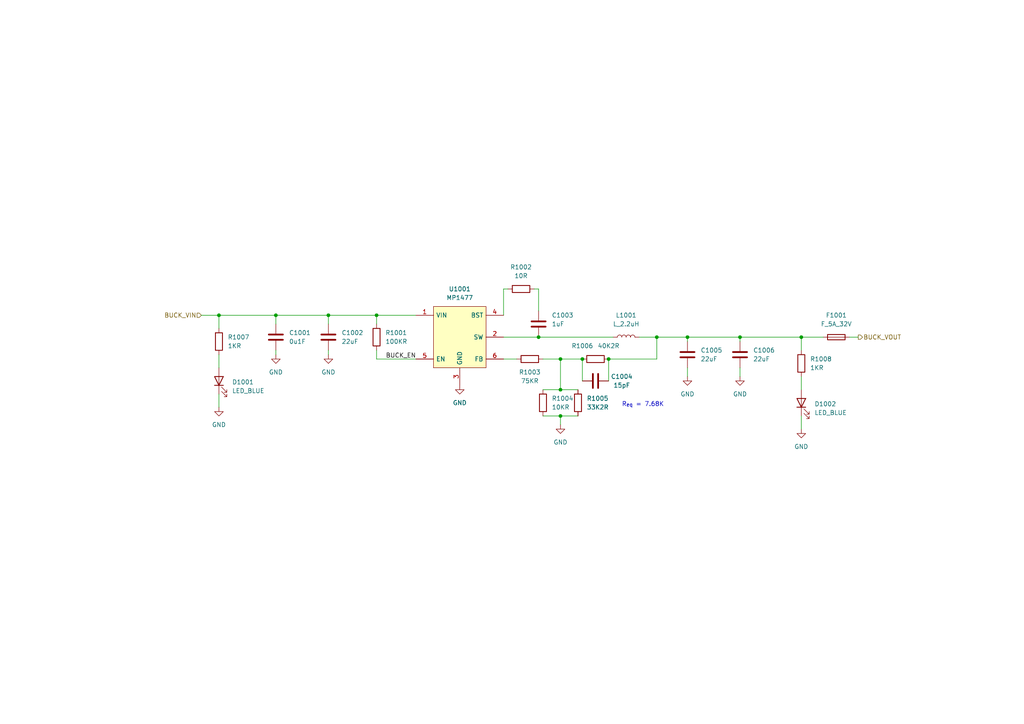
<source format=kicad_sch>
(kicad_sch (version 20230121) (generator eeschema)
  (paper "A4")
  (lib_symbols
    (symbol "1KR_1" (pin_numbers hide) (pin_names (offset 0))
      (property "Reference" "R" (at 2.032 0 90))
      (property "Value" "1KR_1" (at 0 0 90))
      (symbol "1KR_1_0_1"
        (rectangle (start -1.016 -2.54) (end 1.016 2.54) (stroke (width 0.254)))
      )
      (symbol "1KR_1_1_1"
        (pin passive line (at 0 3.81 270) (length 1.27) (name "~") (number "1"))
        (pin passive line (at 0 -3.81 90) (length 1.27) (name "~") (number "2"))
      )
    )
    (symbol "22uF_1" (pin_numbers hide) (pin_names (offset 0.254))
      (property "Reference" "C" (at 0.635 2.54 0))
      (property "Value" "22uF_1" (at 0.635 -2.54 0))
      (symbol "22uF_1_0_1"
        (polyline (pts (xy -2.032 -0.762) (xy 2.032 -0.762)) (stroke (width 0.508)))
        (polyline (pts (xy -2.032 0.762) (xy 2.032 0.762)) (stroke (width 0.508)))
      )
      (symbol "22uF_1_1_1"
        (pin passive line (at 0 3.81 270) (length 2.794) (name "~") (number "1"))
        (pin passive line (at 0 -3.81 90) (length 2.794) (name "~") (number "2"))
      )
    )
    (symbol "22uF_2" (pin_numbers hide) (pin_names (offset 0.254))
      (property "Reference" "C" (at 0.635 2.54 0))
      (property "Value" "22uF_2" (at 0.635 -2.54 0))
      (symbol "22uF_2_0_1"
        (polyline (pts (xy -2.032 -0.762) (xy 2.032 -0.762)) (stroke (width 0.508)))
        (polyline (pts (xy -2.032 0.762) (xy 2.032 0.762)) (stroke (width 0.508)))
      )
      (symbol "22uF_2_1_1"
        (pin passive line (at 0 3.81 270) (length 2.794) (name "~") (number "1"))
        (pin passive line (at 0 -3.81 90) (length 2.794) (name "~") (number "2"))
      )
    )
    (symbol "OEM:0u1F" (pin_numbers hide) (pin_names (offset 0.254))
      (property "Reference" "C" (at 0.635 2.54 0))
      (property "Value" "0u1F" (at 0.635 -2.54 0))
      (symbol "0u1F_0_1"
        (polyline (pts (xy -2.032 -0.762) (xy 2.032 -0.762)) (stroke (width 0.508)))
        (polyline (pts (xy -2.032 0.762) (xy 2.032 0.762)) (stroke (width 0.508)))
      )
      (symbol "0u1F_1_1"
        (pin passive line (at 0 3.81 270) (length 2.794) (name "~") (number "1"))
        (pin passive line (at 0 -3.81 90) (length 2.794) (name "~") (number "2"))
      )
    )
    (symbol "OEM:100KR" (pin_numbers hide) (pin_names (offset 0))
      (property "Reference" "R" (at 2.032 0 90))
      (property "Value" "100KR" (at 0 0 90))
      (symbol "100KR_0_1"
        (rectangle (start -1.016 -2.54) (end 1.016 2.54) (stroke (width 0.254)))
      )
      (symbol "100KR_1_1"
        (pin passive line (at 0 3.81 270) (length 1.27) (name "~") (number "1"))
        (pin passive line (at 0 -3.81 90) (length 1.27) (name "~") (number "2"))
      )
    )
    (symbol "OEM:10KR" (pin_numbers hide) (pin_names (offset 0))
      (property "Reference" "R" (at 2.032 0 90))
      (property "Value" "10KR" (at 0 0 90))
      (symbol "10KR_0_1"
        (rectangle (start -1.016 -2.54) (end 1.016 2.54) (stroke (width 0.254)))
      )
      (symbol "10KR_1_1"
        (pin passive line (at 0 3.81 270) (length 1.27) (name "~") (number "1"))
        (pin passive line (at 0 -3.81 90) (length 1.27) (name "~") (number "2"))
      )
    )
    (symbol "OEM:10R" (pin_numbers hide) (pin_names (offset 0))
      (property "Reference" "R" (at 2.032 0 90))
      (property "Value" "10R" (at 0 0 90))
      (symbol "10R_0_1"
        (rectangle (start -1.016 -2.54) (end 1.016 2.54) (stroke (width 0.254)))
      )
      (symbol "10R_1_1"
        (pin passive line (at 0 3.81 270) (length 1.27) (name "~") (number "1"))
        (pin passive line (at 0 -3.81 90) (length 1.27) (name "~") (number "2"))
      )
    )
    (symbol "OEM:15pF" (pin_numbers hide) (pin_names (offset 0.254))
      (property "Reference" "C" (at 0.635 2.54 0))
      (property "Value" "15pF" (at 0.635 -2.54 0))
      (symbol "15pF_0_1"
        (polyline (pts (xy -2.032 -0.762) (xy 2.032 -0.762)) (stroke (width 0.508)))
        (polyline (pts (xy -2.032 0.762) (xy 2.032 0.762)) (stroke (width 0.508)))
      )
      (symbol "15pF_1_1"
        (pin passive line (at 0 3.81 270) (length 2.794) (name "~") (number "1"))
        (pin passive line (at 0 -3.81 90) (length 2.794) (name "~") (number "2"))
      )
    )
    (symbol "OEM:1KR" (pin_numbers hide) (pin_names (offset 0))
      (property "Reference" "R" (at 2.032 0 90))
      (property "Value" "1KR" (at 0 0 90))
      (symbol "1KR_0_1"
        (rectangle (start -1.016 -2.54) (end 1.016 2.54) (stroke (width 0.254)))
      )
      (symbol "1KR_1_1"
        (pin passive line (at 0 3.81 270) (length 1.27) (name "~") (number "1"))
        (pin passive line (at 0 -3.81 90) (length 1.27) (name "~") (number "2"))
      )
    )
    (symbol "OEM:1uF" (pin_numbers hide) (pin_names (offset 0.254))
      (property "Reference" "C" (at 0.635 2.54 0))
      (property "Value" "1uF" (at 0.635 -2.54 0))
      (symbol "1uF_0_1"
        (polyline (pts (xy -2.032 -0.762) (xy 2.032 -0.762)) (stroke (width 0.508)))
        (polyline (pts (xy -2.032 0.762) (xy 2.032 0.762)) (stroke (width 0.508)))
      )
      (symbol "1uF_1_1"
        (pin passive line (at 0 3.81 270) (length 2.794) (name "~") (number "1"))
        (pin passive line (at 0 -3.81 90) (length 2.794) (name "~") (number "2"))
      )
    )
    (symbol "OEM:22uF" (pin_numbers hide) (pin_names (offset 0.254))
      (property "Reference" "C" (at 0.635 2.54 0))
      (property "Value" "22uF" (at 0.635 -2.54 0))
      (symbol "22uF_0_1"
        (polyline (pts (xy -2.032 -0.762) (xy 2.032 -0.762)) (stroke (width 0.508)))
        (polyline (pts (xy -2.032 0.762) (xy 2.032 0.762)) (stroke (width 0.508)))
      )
      (symbol "22uF_1_1"
        (pin passive line (at 0 3.81 270) (length 2.794) (name "~") (number "1"))
        (pin passive line (at 0 -3.81 90) (length 2.794) (name "~") (number "2"))
      )
    )
    (symbol "OEM:33K2R" (pin_numbers hide) (pin_names (offset 0))
      (property "Reference" "R" (at 2.032 0 90))
      (property "Value" "33K2R" (at 0 0 90))
      (symbol "33K2R_0_1"
        (rectangle (start -1.016 -2.54) (end 1.016 2.54) (stroke (width 0.254)))
      )
      (symbol "33K2R_1_1"
        (pin passive line (at 0 3.81 270) (length 1.27) (name "~") (number "1"))
        (pin passive line (at 0 -3.81 90) (length 1.27) (name "~") (number "2"))
      )
    )
    (symbol "OEM:40K2R" (pin_numbers hide) (pin_names (offset 0))
      (property "Reference" "R" (at 2.032 0 90))
      (property "Value" "40K2R" (at 0 0 90))
      (symbol "40K2R_0_1"
        (rectangle (start -1.016 -2.54) (end 1.016 2.54) (stroke (width 0.254)))
      )
      (symbol "40K2R_1_1"
        (pin passive line (at 0 3.81 270) (length 1.27) (name "~") (number "1"))
        (pin passive line (at 0 -3.81 90) (length 1.27) (name "~") (number "2"))
      )
    )
    (symbol "OEM:75KR" (pin_numbers hide) (pin_names (offset 0))
      (property "Reference" "R" (at 2.032 0 90))
      (property "Value" "75KR" (at 0 0 90))
      (symbol "75KR_0_1"
        (rectangle (start -1.016 -2.54) (end 1.016 2.54) (stroke (width 0.254)))
      )
      (symbol "75KR_1_1"
        (pin passive line (at 0 3.81 270) (length 1.27) (name "~") (number "1"))
        (pin passive line (at 0 -3.81 90) (length 1.27) (name "~") (number "2"))
      )
    )
    (symbol "OEM:F_5A_32V" (pin_numbers hide) (pin_names (offset 0))
      (property "Reference" "F" (at 2.032 0 90))
      (property "Value" "F_5A_32V" (at -1.905 0 90))
      (symbol "F_5A_32V_0_1"
        (rectangle (start -0.762 -2.54) (end 0.762 2.54) (stroke (width 0.254)))
        (polyline (pts (xy 0 2.54) (xy 0 -2.54)))
      )
      (symbol "F_5A_32V_1_1"
        (pin passive line (at 0 3.81 270) (length 1.27) (name "~") (number "1"))
        (pin passive line (at 0 -3.81 90) (length 1.27) (name "~") (number "2"))
      )
    )
    (symbol "OEM:LED_BLUE" (pin_numbers hide) (pin_names (offset 1.016) hide)
      (property "Reference" "D" (at 0 2.54 0))
      (property "Value" "LED_BLUE" (at 0 -2.54 0))
      (symbol "LED_BLUE_0_1"
        (polyline (pts (xy -1.27 -1.27) (xy -1.27 1.27)) (stroke (width 0.254)))
        (polyline (pts (xy -1.27 0) (xy 1.27 0)))
        (polyline (pts (xy 1.27 -1.27) (xy 1.27 1.27) (xy -1.27 0) (xy 1.27 -1.27)) (stroke (width 0.254)))
        (polyline (pts (xy -3.048 -0.762) (xy -4.572 -2.286) (xy -3.81 -2.286) (xy -4.572 -2.286) (xy -4.572 -1.524)))
        (polyline (pts (xy -1.778 -0.762) (xy -3.302 -2.286) (xy -2.54 -2.286) (xy -3.302 -2.286) (xy -3.302 -1.524)))
      )
      (symbol "LED_BLUE_1_1"
        (pin passive line (at -3.81 0 0) (length 2.54) (name "K") (number "1"))
        (pin passive line (at 3.81 0 180) (length 2.54) (name "A") (number "2"))
      )
    )
    (symbol "OEM:L_2.2uH" (pin_numbers hide) (pin_names (offset 1.016) hide)
      (property "Reference" "L" (at -1.27 0 90))
      (property "Value" "L_2.2uH" (at 1.905 0 90))
      (symbol "L_2.2uH_0_1"
        (arc (start 0 -2.54) (mid 0.6323 -1.905) (end 0 -1.27))
        (arc (start 0 -1.27) (mid 0.6323 -0.635) (end 0 0))
        (arc (start 0 0) (mid 0.6323 0.635) (end 0 1.27))
        (arc (start 0 1.27) (mid 0.6323 1.905) (end 0 2.54))
      )
      (symbol "L_2.2uH_1_1"
        (pin passive line (at 0 3.81 270) (length 1.27) (name "1") (number "1"))
        (pin passive line (at 0 -3.81 90) (length 1.27) (name "2") (number "2"))
      )
    )
    (symbol "OEM:MP1477" (pin_names (offset 0.762))
      (property "Reference" "U" (at -7.62 12.7 0))
      (property "Value" "MP1477" (at -7.62 10.16 0))
      (symbol "MP1477_0_0"
        (pin passive line (at -12.7 6.35 0) (length 5.08) (name "VIN") (number "1"))
        (pin passive line (at 12.7 0 180) (length 5.08) (name "SW") (number "2"))
        (pin passive line (at 0 -13.97 90) (length 5.08) (name "GND") (number "3"))
        (pin passive line (at 12.7 6.35 180) (length 5.08) (name "BST") (number "4"))
        (pin passive line (at -12.7 -6.35 0) (length 5.08) (name "EN") (number "5"))
        (pin passive line (at 12.7 -6.35 180) (length 5.08) (name "FB") (number "6"))
      )
      (symbol "MP1477_0_1"
        (polyline (pts (xy -7.62 8.89) (xy 7.62 8.89) (xy 7.62 -8.89) (xy -7.62 -8.89) (xy -7.62 8.89)) (stroke (width 0.1524)) (fill (type background)))
      )
    )
    (symbol "power:GND" (power) (pin_names (offset 0))
      (property "Value" "GND" (at 0 -3.81 0))
      (symbol "GND_0_1"
        (polyline (pts (xy 0 0) (xy 0 -1.27) (xy 1.27 -1.27) (xy 0 -2.54) (xy -1.27 -1.27) (xy 0 -1.27)))
      )
      (symbol "GND_1_1"
        (pin power_in line (at 0 0 270) (length 0) hide (name "GND") (number "1"))
      )
    )
  )
  (junction (at 95.25 91.44))
  (junction (at 162.56 104.14))
  (junction (at 162.56 120.65))
  (junction (at 232.41 97.79))
  (junction (at 63.5 91.44))
  (junction (at 176.53 104.14))
  (junction (at 109.22 91.44))
  (junction (at 199.39 97.79))
  (junction (at 190.5 97.79))
  (junction (at 156.21 97.79))
  (junction (at 162.56 113.03))
  (junction (at 214.63 97.79))
  (junction (at 168.91 104.14))
  (junction (at 80.01 91.44))
  (wire (pts (xy 95.25 101.6) (xy 95.25 102.87)))
  (wire (pts (xy 80.01 93.98) (xy 80.01 91.44)))
  (wire (pts (xy 109.22 91.44) (xy 120.65 91.44)))
  (wire (pts (xy 232.41 120.65) (xy 232.41 124.46)))
  (wire (pts (xy 146.05 83.82) (xy 146.05 91.44)))
  (wire (pts (xy 199.39 99.06) (xy 199.39 97.79)))
  (wire (pts (xy 199.39 106.68) (xy 199.39 109.22)))
  (wire (pts (xy 95.25 93.98) (xy 95.25 91.44)))
  (wire (pts (xy 246.38 97.79) (xy 248.92 97.79)))
  (wire (pts (xy 63.5 114.3) (xy 63.5 118.11)))
  (wire (pts (xy 214.63 97.79) (xy 232.41 97.79)))
  (wire (pts (xy 156.21 97.79) (xy 177.8 97.79)))
  (wire (pts (xy 63.5 91.44) (xy 63.5 95.25)))
  (wire (pts (xy 80.01 101.6) (xy 80.01 102.87)))
  (wire (pts (xy 80.01 91.44) (xy 95.25 91.44)))
  (wire (pts (xy 214.63 99.06) (xy 214.63 97.79)))
  (wire (pts (xy 154.94 83.82) (xy 156.21 83.82)))
  (wire (pts (xy 168.91 104.14) (xy 168.91 110.49)))
  (wire (pts (xy 156.21 83.82) (xy 156.21 90.17)))
  (wire (pts (xy 199.39 97.79) (xy 214.63 97.79)))
  (wire (pts (xy 147.32 83.82) (xy 146.05 83.82)))
  (wire (pts (xy 232.41 97.79) (xy 232.41 101.6)))
  (wire (pts (xy 190.5 97.79) (xy 190.5 104.14)))
  (wire (pts (xy 162.56 104.14) (xy 162.56 113.03)))
  (wire (pts (xy 162.56 120.65) (xy 162.56 123.19)))
  (wire (pts (xy 162.56 113.03) (xy 167.64 113.03)))
  (wire (pts (xy 109.22 101.6) (xy 109.22 104.14)))
  (wire (pts (xy 63.5 102.87) (xy 63.5 106.68)))
  (wire (pts (xy 58.42 91.44) (xy 63.5 91.44)))
  (wire (pts (xy 157.48 120.65) (xy 162.56 120.65)))
  (wire (pts (xy 146.05 97.79) (xy 156.21 97.79)))
  (wire (pts (xy 176.53 104.14) (xy 176.53 110.49)))
  (wire (pts (xy 95.25 91.44) (xy 109.22 91.44)))
  (wire (pts (xy 232.41 97.79) (xy 238.76 97.79)))
  (wire (pts (xy 109.22 91.44) (xy 109.22 93.98)))
  (wire (pts (xy 185.42 97.79) (xy 190.5 97.79)))
  (wire (pts (xy 109.22 104.14) (xy 120.65 104.14)))
  (wire (pts (xy 176.53 104.14) (xy 190.5 104.14)))
  (wire (pts (xy 157.48 113.03) (xy 162.56 113.03)))
  (wire (pts (xy 157.48 104.14) (xy 162.56 104.14)))
  (wire (pts (xy 162.56 120.65) (xy 167.64 120.65)))
  (wire (pts (xy 162.56 104.14) (xy 168.91 104.14)))
  (wire (pts (xy 232.41 109.22) (xy 232.41 113.03)))
  (wire (pts (xy 214.63 106.68) (xy 214.63 109.22)))
  (wire (pts (xy 190.5 97.79) (xy 199.39 97.79)))
  (wire (pts (xy 146.05 104.14) (xy 149.86 104.14)))
  (wire (pts (xy 63.5 91.44) (xy 80.01 91.44)))
  (text "R_{eq} = 7.68K" (at 180.34 118.11 0) (effects (font (size 1.27 1.27)) (justify left bottom)))
  (label "BUCK_EN" (at 120.65 104.14 180))
  (hierarchical_label "BUCK_VOUT" (shape output) (at 248.92 97.79 0))
  (hierarchical_label "BUCK_VIN" (shape input) (at 58.42 91.44 180))
  (symbol (lib_id "OEM:75KR") (at 153.67 104.14 90) (unit 1)
    (property "Reference" "R1003" (at 153.67 107.95 90))
    (property "Value" "75KR" (at 153.67 110.49 90))
    (property "Footprint" "OEM:R_0603" (effects hide))
    (property "Datasheet" "${OEM_DIR}/parts/datasheets/stackpole_RMCF_RMCP.pdf" (effects hide))
    (property "MPN" "RMCF0603FT75K0" (effects hide))
    (property "DKPN" "RMCF0603FT75K0DKR-ND" (effects hide))
    (property "MFN" "Stackpole Electronics" (effects hide))
    (property "NewDesigns" "YES" (effects hide))
    (property "Stocked" "Digi-Reel" (effects hide))
    (property "Package" "0603" (effects hide))
    (property "Style" "SMD" (effects hide))
  )
  (symbol (lib_name "1KR_1") (lib_id "OEM:1KR") (at 63.5 99.06 0) (unit 1)
    (property "Reference" "R1007" (at 66.04 97.7899 0) (effects (justify left)))
    (property "Value" "1KR" (at 66.04 100.3299 0) (effects (justify left)))
    (property "Footprint" "OEM:R_0603" (effects hide))
    (property "Datasheet" "${OEM_DIR}/parts/datasheets/stackpole_RMCF_RMCP.pdf" (effects hide))
    (property "MFN" "Stackpole Electronics" (effects hide))
    (property "MPN" "RMCF0603FT1K00" (effects hide))
    (property "DKPN" "RMCF0603FT1K00TR-ND" (effects hide))
    (property "NewDesigns" "YES" (effects hide))
    (property "Stocked" "Reel" (effects hide))
    (property "Package" "0603" (effects hide))
    (property "Style" "SMD" (effects hide))
  )
  (symbol (lib_id "OEM:22uF") (at 214.63 102.87 0) (unit 1)
    (property "Reference" "C1006" (at 218.44 101.5999 0) (effects (justify left)))
    (property "Value" "22uF" (at 218.44 104.1399 0) (effects (justify left)))
    (property "Footprint" "Capacitor_SMD:C_1206_3216Metric" (effects hide))
    (property "Datasheet" "https://media.digikey.com/pdf/Data%20Sheets/Samsung%20PDFs/CL31A226KAHNNNE_Spec.pdf" (effects hide))
    (property "MFN" "Samsung Electro-Mechanics" (effects hide))
    (property "MPN" "CL31A226KAHNNNE" (effects hide))
    (property "DKPN" "1276-3047-6-ND" (effects hide))
    (property "NewDesigns" "YES" (effects hide))
    (property "Stocked" "Digi-Reel" (effects hide))
    (property "Package" "1206" (effects hide))
    (property "Style" "SMD" (effects hide))
  )
  (symbol (lib_id "power:GND") (at 133.35 111.76 0) (unit 1)
    (property "Reference" "#PWR?" (effects hide))
    (property "Value" "GND" (at 133.35 116.84 0))
  )
  (symbol (lib_id "OEM:F_5A_32V") (at 242.57 97.79 90) (unit 1)
    (property "Reference" "F1001" (at 242.57 91.44 90))
    (property "Value" "F_5A_32V" (at 242.57 93.98 90))
    (property "Footprint" "footprints:Fuse_1206" (effects hide))
    (property "Datasheet" "http://www.kamaya.co.jp/upload/products_pdf/kamaya_products(FCC)_english_20170207_094544.pdf" (effects hide))
    (property "MPN" "FHC32502ADTP" (effects hide))
    (property "MFN" "Kamaya Inc." (effects hide))
    (property "DKPN" "2315-FHC32502ADTPDKR-ND" (effects hide))
    (property "NewDesigns" "YES" (effects hide))
    (property "Stocked" "Tape" (effects hide))
    (property "Package" "1206" (effects hide))
    (property "Style" "SMD" (effects hide))
  )
  (symbol (lib_id "OEM:1KR") (at 232.41 105.41 0) (unit 1)
    (property "Reference" "R1008" (at 234.95 104.1399 0) (effects (justify left)))
    (property "Value" "1KR" (at 234.95 106.6799 0) (effects (justify left)))
    (property "Footprint" "OEM:R_0603" (effects hide))
    (property "Datasheet" "${OEM_DIR}/parts/datasheets/stackpole_RMCF_RMCP.pdf" (effects hide))
    (property "MFN" "Stackpole Electronics" (effects hide))
    (property "MPN" "RMCF0603FT1K00" (effects hide))
    (property "DKPN" "RMCF0603FT1K00TR-ND" (effects hide))
    (property "NewDesigns" "YES" (effects hide))
    (property "Stocked" "Reel" (effects hide))
    (property "Package" "0603" (effects hide))
    (property "Style" "SMD" (effects hide))
  )
  (symbol (lib_id "power:GND") (at 232.41 124.46 0) (unit 1)
    (property "Reference" "#PWR?" (effects hide))
    (property "Value" "GND" (at 232.41 129.54 0))
  )
  (symbol (lib_name "22uF_2") (lib_id "OEM:22uF") (at 199.39 102.87 0) (unit 1)
    (property "Reference" "C1005" (at 203.2 101.5999 0) (effects (justify left)))
    (property "Value" "22uF" (at 203.2 104.1399 0) (effects (justify left)))
    (property "Footprint" "Capacitor_SMD:C_1206_3216Metric" (effects hide))
    (property "Datasheet" "https://media.digikey.com/pdf/Data%20Sheets/Samsung%20PDFs/CL31A226KAHNNNE_Spec.pdf" (effects hide))
    (property "MFN" "Samsung Electro-Mechanics" (effects hide))
    (property "MPN" "CL31A226KAHNNNE" (effects hide))
    (property "DKPN" "1276-3047-6-ND" (effects hide))
    (property "NewDesigns" "YES" (effects hide))
    (property "Stocked" "Digi-Reel" (effects hide))
    (property "Package" "1206" (effects hide))
    (property "Style" "SMD" (effects hide))
  )
  (symbol (lib_id "OEM:LED_BLUE") (at 232.41 116.84 90) (unit 1)
    (property "Reference" "D1002" (at 236.22 117.1701 90) (effects (justify right)))
    (property "Value" "LED_BLUE" (at 236.22 119.7101 90) (effects (justify right)))
    (property "Footprint" "OEM:CHIPLED_0805" (effects hide))
    (property "Datasheet" "${OEM_DIR}/parts/datasheets/lite-on_LTST-C171TBKT.pdf" (effects hide))
    (property "MFN" "Lite-On" (effects hide))
    (property "MPN" "LTST-C171TBKT" (effects hide))
    (property "DKPN" "160-1645-6-ND" (effects hide))
    (property "Package" "0805" (effects hide))
    (property "NewDesigns" "Yes" (effects hide))
    (property "Stocked" "Digi-Reel" (effects hide))
    (property "Style" "SMD" (effects hide))
  )
  (symbol (lib_id "OEM:100KR") (at 109.22 97.79 0) (unit 1)
    (property "Reference" "R1001" (at 111.76 96.5199 0) (effects (justify left)))
    (property "Value" "100KR" (at 111.76 99.0599 0) (effects (justify left)))
    (property "Footprint" "OEM:R_0603" (effects hide))
    (property "Datasheet" "${OEM_DIR}/parts/datasheets/stackpole_RMCF_RMCP.pdf" (effects hide))
    (property "MFN" "Stackpole Electronics" (effects hide))
    (property "MPN" "RMCF0603FT100K" (effects hide))
    (property "DKPN" "RMCF0603FT100KTR-ND" (effects hide))
    (property "NewDesigns" "YES" (effects hide))
    (property "Stocked" "Reel" (effects hide))
    (property "Package" "0603" (effects hide))
    (property "Style" "SMD" (effects hide))
  )
  (symbol (lib_id "OEM:L_2.2uH") (at 181.61 97.79 90) (unit 1)
    (property "Reference" "L1001" (at 181.61 91.44 90))
    (property "Value" "L_2.2uH" (at 181.61 93.98 90))
    (property "Footprint" "footprints:IND_SPM6530T-2R2M" (effects hide))
    (property "Datasheet" "https://product.tdk.com/en/system/files?file=dam/doc/product/inductor/inductor/smd/catalog/inductor_commercial_power_spm6530_en.pdf" (effects hide))
    (property "MPN" "SPM6530T-2R2M" (effects hide))
    (property "MFN" "TDK Corporation" (effects hide))
    (property "DKPN" "445-4118-6-ND" (effects hide))
    (property "NewDesigns" "YES" (effects hide))
    (property "Stocked" "Digi-Reel" (effects hide))
    (property "Package" "Custom" (effects hide))
    (property "Style" "SMD" (effects hide))
  )
  (symbol (lib_id "OEM:10R") (at 151.13 83.82 90) (unit 1)
    (property "Reference" "R1002" (at 151.13 77.47 90))
    (property "Value" "10R" (at 151.13 80.01 90))
    (property "Footprint" "OEM:R_0603" (effects hide))
    (property "Datasheet" "https://www.koaspeer.com/pdfs/SG73P.pdf" (effects hide))
    (property "MPN" "SG73P1JTTD100J" (effects hide))
    (property "MFN" "KOA Speer Electronics, Inc." (effects hide))
    (property "DKPN" "2019-SG73P1JTTD100JDKR-ND" (effects hide))
    (property "NewDesigns" "YES" (effects hide))
    (property "Stocked" "Digi-Reel" (effects hide))
    (property "Package" "0603" (effects hide))
    (property "Style" "SMD" (effects hide))
  )
  (symbol (lib_id "OEM:0u1F") (at 80.01 97.79 0) (unit 1)
    (property "Reference" "C1001" (at 83.82 96.5199 0) (effects (justify left)))
    (property "Value" "0u1F" (at 83.82 99.0599 0) (effects (justify left)))
    (property "Footprint" "OEM:C_0603" (effects hide))
    (property "Datasheet" "${OEM_DIR}/parts/datasheets/samsung_CL10B104KB8NNWC.pdf" (effects hide))
    (property "MFN" "Samsung Electro-Mechanics" (effects hide))
    (property "MPN" "CL10B104KB8NNWC" (effects hide))
    (property "DKPN" "1276-1935-2-ND" (effects hide))
    (property "Package" "0603" (effects hide))
    (property "Stocked" "Reel" (effects hide))
    (property "NewDesigns" "YES" (effects hide))
    (property "Style" "SMD" (effects hide))
  )
  (symbol (lib_id "power:GND") (at 80.01 102.87 0) (unit 1)
    (property "Reference" "#PWR?" (effects hide))
    (property "Value" "GND" (at 80.01 107.95 0))
  )
  (symbol (lib_id "OEM:MP1477") (at 133.35 97.79 0) (unit 1)
    (property "Reference" "U1001" (at 133.35 83.82 0))
    (property "Value" "MP1477" (at 133.35 86.36 0))
    (property "Footprint" "footprints:SOTFL50P160X60-6N" (effects hide))
    (property "Datasheet" "https://www.monolithicpower.com/en/documentview/productdocument/index/version/2/document_type/Datasheet/lang/en/sku/MP1477GTF-Z/document_id/3730/" (effects hide))
    (property "MPN" "MP1477GTF-Z" (effects hide))
    (property "MFN" "Monolithic Power Systems" (effects hide))
    (property "DKPN" "1589-1523-6-ND" (effects hide))
    (property "Stocked" "Digi-Reel" (effects hide))
    (property "Package" "SOT 563" (effects hide))
    (property "Style" "SMD" (effects hide))
  )
  (symbol (lib_id "OEM:10KR") (at 157.48 116.84 0) (unit 1)
    (property "Reference" "R1004" (at 160.02 115.5699 0) (effects (justify left)))
    (property "Value" "10KR" (at 160.02 118.1099 0) (effects (justify left)))
    (property "Footprint" "OEM:R_0603" (effects hide))
    (property "Datasheet" "${OEM_DIR}/parts/datasheets/stackpole_RMCF_RMCP.pdf" (effects hide))
    (property "MFN" "Stackpole Electronics" (effects hide))
    (property "MPN" "RMCF0603FT10K0" (effects hide))
    (property "DKPN" "RMCF0603FT10K0TR-ND" (effects hide))
    (property "Package" "0603" (effects hide))
    (property "NewDesigns" "YES" (effects hide))
    (property "Stocked" "Reel" (effects hide))
    (property "Style" "SMD" (effects hide))
  )
  (symbol (lib_id "OEM:40K2R") (at 172.72 104.14 90) (unit 1)
    (property "Reference" "R1006" (at 168.91 100.33 90))
    (property "Value" "40K2R" (at 176.53 100.33 90))
    (property "Footprint" "OEM:R_0603" (effects hide))
    (property "Datasheet" "${OEM_DIR}/parts/datasheets/stackpole_RMCF_RMCP.pdf" (effects hide))
    (property "MPN" "RMCF0603FT40K2" (effects hide))
    (property "DKPN" "RMCF0603FT40K2DKR-ND" (effects hide))
    (property "MFN" "Stackpole Electronics" (effects hide))
    (property "NewDesigns" "YES" (effects hide))
    (property "Stocked" "Digi-Reel" (effects hide))
    (property "Package" "0603" (effects hide))
    (property "Style" "SMD" (effects hide))
  )
  (symbol (lib_id "power:GND") (at 199.39 109.22 0) (unit 1)
    (property "Reference" "#PWR?" (effects hide))
    (property "Value" "GND" (at 199.39 114.3 0))
  )
  (symbol (lib_name "22uF_1") (lib_id "OEM:22uF") (at 95.25 97.79 0) (unit 1)
    (property "Reference" "C1002" (at 99.06 96.5199 0) (effects (justify left)))
    (property "Value" "22uF" (at 99.06 99.0599 0) (effects (justify left)))
    (property "Footprint" "Capacitor_SMD:C_1206_3216Metric" (effects hide))
    (property "Datasheet" "https://media.digikey.com/pdf/Data%20Sheets/Samsung%20PDFs/CL31A226KAHNNNE_Spec.pdf" (effects hide))
    (property "MFN" "Samsung Electro-Mechanics" (effects hide))
    (property "MPN" "CL31A226KAHNNNE" (effects hide))
    (property "DKPN" "1276-3047-6-ND" (effects hide))
    (property "NewDesigns" "YES" (effects hide))
    (property "Stocked" "Digi-Reel" (effects hide))
    (property "Package" "1206" (effects hide))
    (property "Style" "SMD" (effects hide))
  )
  (symbol (lib_id "power:GND") (at 63.5 118.11 0) (unit 1)
    (property "Reference" "#PWR?" (effects hide))
    (property "Value" "GND" (at 63.5 123.19 0))
  )
  (symbol (lib_id "power:GND") (at 162.56 123.19 0) (unit 1)
    (property "Reference" "#PWR?" (effects hide))
    (property "Value" "GND" (at 162.56 128.27 0))
  )
  (symbol (lib_id "OEM:LED_BLUE") (at 63.5 110.49 90) (unit 1)
    (property "Reference" "D1001" (at 67.31 110.8201 90) (effects (justify right)))
    (property "Value" "LED_BLUE" (at 67.31 113.3601 90) (effects (justify right)))
    (property "Footprint" "OEM:CHIPLED_0805" (effects hide))
    (property "Datasheet" "${OEM_DIR}/parts/datasheets/lite-on_LTST-C171TBKT.pdf" (effects hide))
    (property "MFN" "Lite-On" (effects hide))
    (property "MPN" "LTST-C171TBKT" (effects hide))
    (property "DKPN" "160-1645-6-ND" (effects hide))
    (property "Package" "0805" (effects hide))
    (property "NewDesigns" "Yes" (effects hide))
    (property "Stocked" "Digi-Reel" (effects hide))
    (property "Style" "SMD" (effects hide))
  )
  (symbol (lib_id "power:GND") (at 214.63 109.22 0) (unit 1)
    (property "Reference" "#PWR?" (effects hide))
    (property "Value" "GND" (at 214.63 114.3 0))
  )
  (symbol (lib_id "power:GND") (at 95.25 102.87 0) (unit 1)
    (property "Reference" "#PWR?" (effects hide))
    (property "Value" "GND" (at 95.25 107.95 0))
  )
  (symbol (lib_id "OEM:1uF") (at 156.21 93.98 0) (unit 1)
    (property "Reference" "C1003" (at 160.02 91.4399 0) (effects (justify left)))
    (property "Value" "1uF" (at 160.02 93.9799 0) (effects (justify left)))
    (property "Footprint" "OEM:C_0603" (effects hide))
    (property "Datasheet" "https://media.digikey.com/pdf/Data%20Sheets/Samsung%20PDFs/CL10B105KA8NNNC_spec.pdf" (effects hide))
    (property "MFN" "Samsung Electro-Mechanics" (effects hide))
    (property "MPN" "CL10B105KA8NNNC" (effects hide))
    (property "DKPN" "1276-1184-2-ND" (effects hide))
    (property "Package" "0603" (effects hide))
    (property "Stocked" "Reel" (effects hide))
    (property "NewDesigns" "YES" (effects hide))
    (property "Style" "SMD" (effects hide))
  )
  (symbol (lib_id "OEM:15pF") (at 172.72 110.49 90) (unit 1)
    (property "Reference" "C1004" (at 180.34 109.22 90))
    (property "Value" "15pF" (at 180.34 111.76 90))
    (property "Footprint" "Capacitor_SMD:C_0805_2012Metric" (effects hide))
    (property "Datasheet" "http://www.passivecomponent.com/wp-content/uploads/datasheet/WTC_MLCC_General_Purpose.pdf" (effects hide))
    (property "MPN" "0603N150J500CT" (effects hide))
    (property "MFN" "Walsin Technology" (effects hide))
    (property "DKPN" "1292-1487-6-ND" (effects hide))
    (property "NewDesigns" "YES" (effects hide))
    (property "Stocked" "Digi-Reel" (effects hide))
    (property "Package" "0603" (effects hide))
    (property "Style" "SMD" (effects hide))
  )
  (symbol (lib_id "OEM:33K2R") (at 167.64 116.84 0) (unit 1)
    (property "Reference" "R1005" (at 170.18 115.5699 0) (effects (justify left)))
    (property "Value" "33K2R" (at 170.18 118.1099 0) (effects (justify left)))
    (property "Footprint" "OEM:R_0603" (effects hide))
    (property "Datasheet" "${OEM_DIR}/parts/datasheets/stackpole_RMCF_RMCP.pdf" (effects hide))
    (property "MFN" "Stackpole Electronics" (effects hide))
    (property "MPN" "RMCF0603FT33K2" (effects hide))
    (property "DKPN" "RMCF0603FT33K2DKR-ND" (effects hide))
    (property "NewDesigns" "YES" (effects hide))
    (property "Stocked" "Digi-Reel" (effects hide))
    (property "Package" "0603" (effects hide))
    (property "Style" "SMD" (effects hide))
  )
)
</source>
